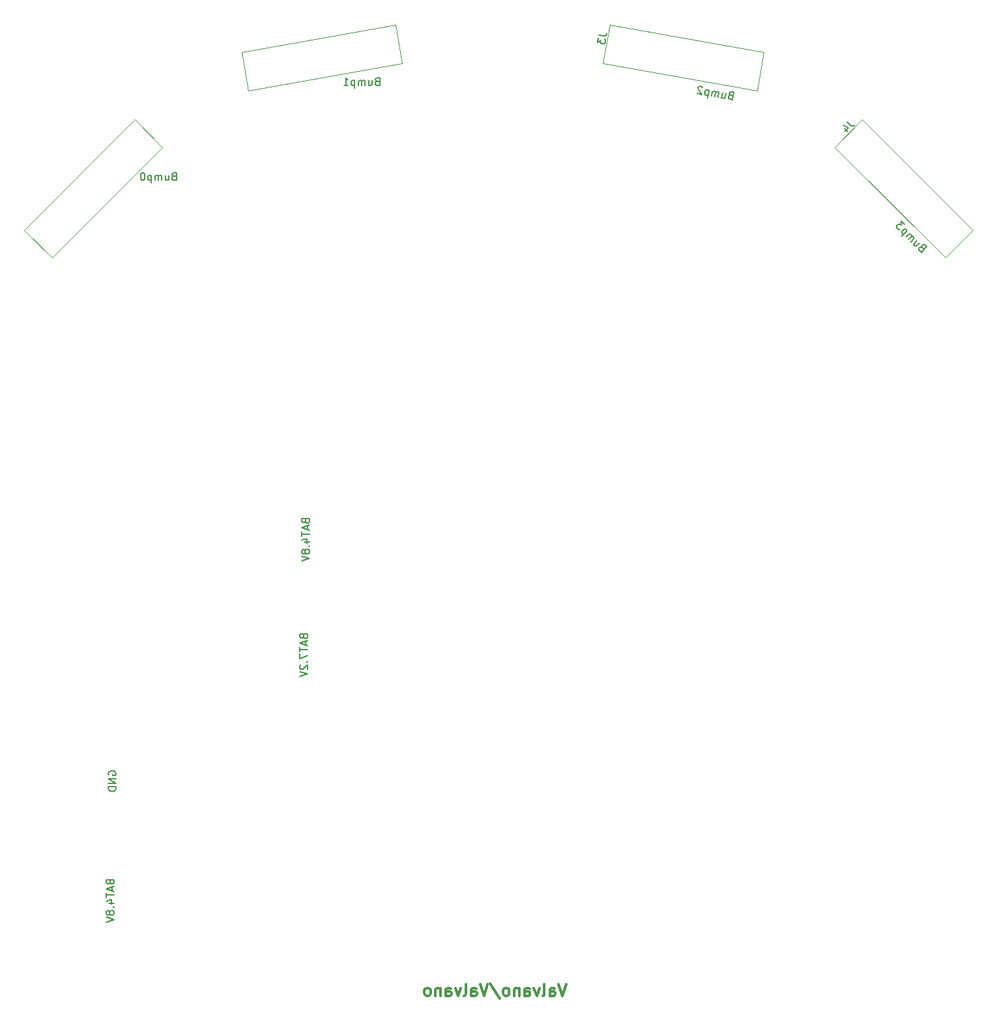
<source format=gbo>
G04 #@! TF.GenerationSoftware,KiCad,Pcbnew,8.0.7*
G04 #@! TF.CreationDate,2025-10-03T10:30:52-04:00*
G04 #@! TF.ProjectId,MotorBoardv3_2,4d6f746f-7242-46f6-9172-6476335f322e,V2.0.2b*
G04 #@! TF.SameCoordinates,Original*
G04 #@! TF.FileFunction,Legend,Bot*
G04 #@! TF.FilePolarity,Positive*
%FSLAX46Y46*%
G04 Gerber Fmt 4.6, Leading zero omitted, Abs format (unit mm)*
G04 Created by KiCad (PCBNEW 8.0.7) date 2025-10-03 10:30:52*
%MOMM*%
%LPD*%
G01*
G04 APERTURE LIST*
G04 Aperture macros list*
%AMRoundRect*
0 Rectangle with rounded corners*
0 $1 Rounding radius*
0 $2 $3 $4 $5 $6 $7 $8 $9 X,Y pos of 4 corners*
0 Add a 4 corners polygon primitive as box body*
4,1,4,$2,$3,$4,$5,$6,$7,$8,$9,$2,$3,0*
0 Add four circle primitives for the rounded corners*
1,1,$1+$1,$2,$3*
1,1,$1+$1,$4,$5*
1,1,$1+$1,$6,$7*
1,1,$1+$1,$8,$9*
0 Add four rect primitives between the rounded corners*
20,1,$1+$1,$2,$3,$4,$5,0*
20,1,$1+$1,$4,$5,$6,$7,0*
20,1,$1+$1,$6,$7,$8,$9,0*
20,1,$1+$1,$8,$9,$2,$3,0*%
%AMHorizOval*
0 Thick line with rounded ends*
0 $1 width*
0 $2 $3 position (X,Y) of the first rounded end (center of the circle)*
0 $4 $5 position (X,Y) of the second rounded end (center of the circle)*
0 Add line between two ends*
20,1,$1,$2,$3,$4,$5,0*
0 Add two circle primitives to create the rounded ends*
1,1,$1,$2,$3*
1,1,$1,$4,$5*%
%AMRotRect*
0 Rectangle, with rotation*
0 The origin of the aperture is its center*
0 $1 length*
0 $2 width*
0 $3 Rotation angle, in degrees counterclockwise*
0 Add horizontal line*
21,1,$1,$2,0,0,$3*%
G04 Aperture macros list end*
%ADD10C,0.150000*%
%ADD11C,0.300000*%
%ADD12C,0.120000*%
%ADD13C,3.175000*%
%ADD14C,1.700000*%
%ADD15R,1.700000X1.700000*%
%ADD16O,1.700000X1.700000*%
%ADD17HorizOval,2.032000X0.088213X-0.500282X-0.088213X0.500282X0*%
%ADD18HorizOval,1.778000X0.110267X-0.625353X-0.110267X0.625353X0*%
%ADD19HorizOval,1.778000X0.253613X-1.438312X-0.253613X1.438312X0*%
%ADD20C,2.000000*%
%ADD21RoundRect,0.250000X0.600000X-0.600000X0.600000X0.600000X-0.600000X0.600000X-0.600000X-0.600000X0*%
%ADD22R,2.200000X2.200000*%
%ADD23O,2.200000X2.200000*%
%ADD24RotRect,1.350000X1.350000X135.000000*%
%ADD25C,1.350000*%
%ADD26R,2.000000X1.905000*%
%ADD27O,2.000000X1.905000*%
%ADD28R,2.775000X2.775000*%
%ADD29C,2.775000*%
%ADD30RotRect,1.350000X1.350000X225.000000*%
%ADD31HorizOval,2.032000X0.359210X-0.359210X-0.359210X0.359210X0*%
%ADD32HorizOval,1.778000X0.449013X-0.449013X-0.449013X0.449013X0*%
%ADD33HorizOval,1.778000X1.032729X-1.032729X-1.032729X1.032729X0*%
%ADD34C,2.904000*%
%ADD35C,3.048000*%
%ADD36O,3.048000X7.366000*%
%ADD37R,1.350000X1.350000*%
%ADD38R,1.778000X1.778000*%
%ADD39C,1.778000*%
%ADD40C,2.200000*%
%ADD41HorizOval,2.032000X-0.359210X-0.359210X0.359210X0.359210X0*%
%ADD42HorizOval,1.778000X-0.449013X-0.449013X0.449013X0.449013X0*%
%ADD43HorizOval,1.778000X-1.032729X-1.032729X1.032729X1.032729X0*%
%ADD44HorizOval,2.032000X-0.088213X-0.500282X0.088213X0.500282X0*%
%ADD45HorizOval,1.778000X-0.110267X-0.625353X0.110267X0.625353X0*%
%ADD46HorizOval,1.778000X-0.253613X-1.438312X0.253613X1.438312X0*%
G04 APERTURE END LIST*
D10*
X58049438Y-121666095D02*
X58001819Y-121570857D01*
X58001819Y-121570857D02*
X58001819Y-121428000D01*
X58001819Y-121428000D02*
X58049438Y-121285143D01*
X58049438Y-121285143D02*
X58144676Y-121189905D01*
X58144676Y-121189905D02*
X58239914Y-121142286D01*
X58239914Y-121142286D02*
X58430390Y-121094667D01*
X58430390Y-121094667D02*
X58573247Y-121094667D01*
X58573247Y-121094667D02*
X58763723Y-121142286D01*
X58763723Y-121142286D02*
X58858961Y-121189905D01*
X58858961Y-121189905D02*
X58954200Y-121285143D01*
X58954200Y-121285143D02*
X59001819Y-121428000D01*
X59001819Y-121428000D02*
X59001819Y-121523238D01*
X59001819Y-121523238D02*
X58954200Y-121666095D01*
X58954200Y-121666095D02*
X58906580Y-121713714D01*
X58906580Y-121713714D02*
X58573247Y-121713714D01*
X58573247Y-121713714D02*
X58573247Y-121523238D01*
X59001819Y-122142286D02*
X58001819Y-122142286D01*
X58001819Y-122142286D02*
X59001819Y-122713714D01*
X59001819Y-122713714D02*
X58001819Y-122713714D01*
X59001819Y-123189905D02*
X58001819Y-123189905D01*
X58001819Y-123189905D02*
X58001819Y-123428000D01*
X58001819Y-123428000D02*
X58049438Y-123570857D01*
X58049438Y-123570857D02*
X58144676Y-123666095D01*
X58144676Y-123666095D02*
X58239914Y-123713714D01*
X58239914Y-123713714D02*
X58430390Y-123761333D01*
X58430390Y-123761333D02*
X58573247Y-123761333D01*
X58573247Y-123761333D02*
X58763723Y-123713714D01*
X58763723Y-123713714D02*
X58858961Y-123666095D01*
X58858961Y-123666095D02*
X58954200Y-123570857D01*
X58954200Y-123570857D02*
X59001819Y-123428000D01*
X59001819Y-123428000D02*
X59001819Y-123189905D01*
X66512887Y-43923009D02*
X66370030Y-43970628D01*
X66370030Y-43970628D02*
X66322411Y-44018247D01*
X66322411Y-44018247D02*
X66274792Y-44113485D01*
X66274792Y-44113485D02*
X66274792Y-44256342D01*
X66274792Y-44256342D02*
X66322411Y-44351580D01*
X66322411Y-44351580D02*
X66370030Y-44399200D01*
X66370030Y-44399200D02*
X66465268Y-44446819D01*
X66465268Y-44446819D02*
X66846220Y-44446819D01*
X66846220Y-44446819D02*
X66846220Y-43446819D01*
X66846220Y-43446819D02*
X66512887Y-43446819D01*
X66512887Y-43446819D02*
X66417649Y-43494438D01*
X66417649Y-43494438D02*
X66370030Y-43542057D01*
X66370030Y-43542057D02*
X66322411Y-43637295D01*
X66322411Y-43637295D02*
X66322411Y-43732533D01*
X66322411Y-43732533D02*
X66370030Y-43827771D01*
X66370030Y-43827771D02*
X66417649Y-43875390D01*
X66417649Y-43875390D02*
X66512887Y-43923009D01*
X66512887Y-43923009D02*
X66846220Y-43923009D01*
X65417649Y-43780152D02*
X65417649Y-44446819D01*
X65846220Y-43780152D02*
X65846220Y-44303961D01*
X65846220Y-44303961D02*
X65798601Y-44399200D01*
X65798601Y-44399200D02*
X65703363Y-44446819D01*
X65703363Y-44446819D02*
X65560506Y-44446819D01*
X65560506Y-44446819D02*
X65465268Y-44399200D01*
X65465268Y-44399200D02*
X65417649Y-44351580D01*
X64941458Y-44446819D02*
X64941458Y-43780152D01*
X64941458Y-43875390D02*
X64893839Y-43827771D01*
X64893839Y-43827771D02*
X64798601Y-43780152D01*
X64798601Y-43780152D02*
X64655744Y-43780152D01*
X64655744Y-43780152D02*
X64560506Y-43827771D01*
X64560506Y-43827771D02*
X64512887Y-43923009D01*
X64512887Y-43923009D02*
X64512887Y-44446819D01*
X64512887Y-43923009D02*
X64465268Y-43827771D01*
X64465268Y-43827771D02*
X64370030Y-43780152D01*
X64370030Y-43780152D02*
X64227173Y-43780152D01*
X64227173Y-43780152D02*
X64131934Y-43827771D01*
X64131934Y-43827771D02*
X64084315Y-43923009D01*
X64084315Y-43923009D02*
X64084315Y-44446819D01*
X63608125Y-43780152D02*
X63608125Y-44780152D01*
X63608125Y-43827771D02*
X63512887Y-43780152D01*
X63512887Y-43780152D02*
X63322411Y-43780152D01*
X63322411Y-43780152D02*
X63227173Y-43827771D01*
X63227173Y-43827771D02*
X63179554Y-43875390D01*
X63179554Y-43875390D02*
X63131935Y-43970628D01*
X63131935Y-43970628D02*
X63131935Y-44256342D01*
X63131935Y-44256342D02*
X63179554Y-44351580D01*
X63179554Y-44351580D02*
X63227173Y-44399200D01*
X63227173Y-44399200D02*
X63322411Y-44446819D01*
X63322411Y-44446819D02*
X63512887Y-44446819D01*
X63512887Y-44446819D02*
X63608125Y-44399200D01*
X62512887Y-43446819D02*
X62417649Y-43446819D01*
X62417649Y-43446819D02*
X62322411Y-43494438D01*
X62322411Y-43494438D02*
X62274792Y-43542057D01*
X62274792Y-43542057D02*
X62227173Y-43637295D01*
X62227173Y-43637295D02*
X62179554Y-43827771D01*
X62179554Y-43827771D02*
X62179554Y-44065866D01*
X62179554Y-44065866D02*
X62227173Y-44256342D01*
X62227173Y-44256342D02*
X62274792Y-44351580D01*
X62274792Y-44351580D02*
X62322411Y-44399200D01*
X62322411Y-44399200D02*
X62417649Y-44446819D01*
X62417649Y-44446819D02*
X62512887Y-44446819D01*
X62512887Y-44446819D02*
X62608125Y-44399200D01*
X62608125Y-44399200D02*
X62655744Y-44351580D01*
X62655744Y-44351580D02*
X62703363Y-44256342D01*
X62703363Y-44256342D02*
X62750982Y-44065866D01*
X62750982Y-44065866D02*
X62750982Y-43827771D01*
X62750982Y-43827771D02*
X62703363Y-43637295D01*
X62703363Y-43637295D02*
X62655744Y-43542057D01*
X62655744Y-43542057D02*
X62608125Y-43494438D01*
X62608125Y-43494438D02*
X62512887Y-43446819D01*
D11*
X117515774Y-148795828D02*
X117015774Y-150295828D01*
X117015774Y-150295828D02*
X116515774Y-148795828D01*
X115372918Y-150295828D02*
X115372918Y-149510114D01*
X115372918Y-149510114D02*
X115444346Y-149367257D01*
X115444346Y-149367257D02*
X115587203Y-149295828D01*
X115587203Y-149295828D02*
X115872918Y-149295828D01*
X115872918Y-149295828D02*
X116015775Y-149367257D01*
X115372918Y-150224400D02*
X115515775Y-150295828D01*
X115515775Y-150295828D02*
X115872918Y-150295828D01*
X115872918Y-150295828D02*
X116015775Y-150224400D01*
X116015775Y-150224400D02*
X116087203Y-150081542D01*
X116087203Y-150081542D02*
X116087203Y-149938685D01*
X116087203Y-149938685D02*
X116015775Y-149795828D01*
X116015775Y-149795828D02*
X115872918Y-149724400D01*
X115872918Y-149724400D02*
X115515775Y-149724400D01*
X115515775Y-149724400D02*
X115372918Y-149652971D01*
X114444346Y-150295828D02*
X114587203Y-150224400D01*
X114587203Y-150224400D02*
X114658632Y-150081542D01*
X114658632Y-150081542D02*
X114658632Y-148795828D01*
X114015775Y-149295828D02*
X113658632Y-150295828D01*
X113658632Y-150295828D02*
X113301489Y-149295828D01*
X112087204Y-150295828D02*
X112087204Y-149510114D01*
X112087204Y-149510114D02*
X112158632Y-149367257D01*
X112158632Y-149367257D02*
X112301489Y-149295828D01*
X112301489Y-149295828D02*
X112587204Y-149295828D01*
X112587204Y-149295828D02*
X112730061Y-149367257D01*
X112087204Y-150224400D02*
X112230061Y-150295828D01*
X112230061Y-150295828D02*
X112587204Y-150295828D01*
X112587204Y-150295828D02*
X112730061Y-150224400D01*
X112730061Y-150224400D02*
X112801489Y-150081542D01*
X112801489Y-150081542D02*
X112801489Y-149938685D01*
X112801489Y-149938685D02*
X112730061Y-149795828D01*
X112730061Y-149795828D02*
X112587204Y-149724400D01*
X112587204Y-149724400D02*
X112230061Y-149724400D01*
X112230061Y-149724400D02*
X112087204Y-149652971D01*
X111372918Y-149295828D02*
X111372918Y-150295828D01*
X111372918Y-149438685D02*
X111301489Y-149367257D01*
X111301489Y-149367257D02*
X111158632Y-149295828D01*
X111158632Y-149295828D02*
X110944346Y-149295828D01*
X110944346Y-149295828D02*
X110801489Y-149367257D01*
X110801489Y-149367257D02*
X110730061Y-149510114D01*
X110730061Y-149510114D02*
X110730061Y-150295828D01*
X109801489Y-150295828D02*
X109944346Y-150224400D01*
X109944346Y-150224400D02*
X110015775Y-150152971D01*
X110015775Y-150152971D02*
X110087203Y-150010114D01*
X110087203Y-150010114D02*
X110087203Y-149581542D01*
X110087203Y-149581542D02*
X110015775Y-149438685D01*
X110015775Y-149438685D02*
X109944346Y-149367257D01*
X109944346Y-149367257D02*
X109801489Y-149295828D01*
X109801489Y-149295828D02*
X109587203Y-149295828D01*
X109587203Y-149295828D02*
X109444346Y-149367257D01*
X109444346Y-149367257D02*
X109372918Y-149438685D01*
X109372918Y-149438685D02*
X109301489Y-149581542D01*
X109301489Y-149581542D02*
X109301489Y-150010114D01*
X109301489Y-150010114D02*
X109372918Y-150152971D01*
X109372918Y-150152971D02*
X109444346Y-150224400D01*
X109444346Y-150224400D02*
X109587203Y-150295828D01*
X109587203Y-150295828D02*
X109801489Y-150295828D01*
X107587203Y-148724400D02*
X108872917Y-150652971D01*
X107301488Y-148795828D02*
X106801488Y-150295828D01*
X106801488Y-150295828D02*
X106301488Y-148795828D01*
X105158632Y-150295828D02*
X105158632Y-149510114D01*
X105158632Y-149510114D02*
X105230060Y-149367257D01*
X105230060Y-149367257D02*
X105372917Y-149295828D01*
X105372917Y-149295828D02*
X105658632Y-149295828D01*
X105658632Y-149295828D02*
X105801489Y-149367257D01*
X105158632Y-150224400D02*
X105301489Y-150295828D01*
X105301489Y-150295828D02*
X105658632Y-150295828D01*
X105658632Y-150295828D02*
X105801489Y-150224400D01*
X105801489Y-150224400D02*
X105872917Y-150081542D01*
X105872917Y-150081542D02*
X105872917Y-149938685D01*
X105872917Y-149938685D02*
X105801489Y-149795828D01*
X105801489Y-149795828D02*
X105658632Y-149724400D01*
X105658632Y-149724400D02*
X105301489Y-149724400D01*
X105301489Y-149724400D02*
X105158632Y-149652971D01*
X104230060Y-150295828D02*
X104372917Y-150224400D01*
X104372917Y-150224400D02*
X104444346Y-150081542D01*
X104444346Y-150081542D02*
X104444346Y-148795828D01*
X103801489Y-149295828D02*
X103444346Y-150295828D01*
X103444346Y-150295828D02*
X103087203Y-149295828D01*
X101872918Y-150295828D02*
X101872918Y-149510114D01*
X101872918Y-149510114D02*
X101944346Y-149367257D01*
X101944346Y-149367257D02*
X102087203Y-149295828D01*
X102087203Y-149295828D02*
X102372918Y-149295828D01*
X102372918Y-149295828D02*
X102515775Y-149367257D01*
X101872918Y-150224400D02*
X102015775Y-150295828D01*
X102015775Y-150295828D02*
X102372918Y-150295828D01*
X102372918Y-150295828D02*
X102515775Y-150224400D01*
X102515775Y-150224400D02*
X102587203Y-150081542D01*
X102587203Y-150081542D02*
X102587203Y-149938685D01*
X102587203Y-149938685D02*
X102515775Y-149795828D01*
X102515775Y-149795828D02*
X102372918Y-149724400D01*
X102372918Y-149724400D02*
X102015775Y-149724400D01*
X102015775Y-149724400D02*
X101872918Y-149652971D01*
X101158632Y-149295828D02*
X101158632Y-150295828D01*
X101158632Y-149438685D02*
X101087203Y-149367257D01*
X101087203Y-149367257D02*
X100944346Y-149295828D01*
X100944346Y-149295828D02*
X100730060Y-149295828D01*
X100730060Y-149295828D02*
X100587203Y-149367257D01*
X100587203Y-149367257D02*
X100515775Y-149510114D01*
X100515775Y-149510114D02*
X100515775Y-150295828D01*
X99587203Y-150295828D02*
X99730060Y-150224400D01*
X99730060Y-150224400D02*
X99801489Y-150152971D01*
X99801489Y-150152971D02*
X99872917Y-150010114D01*
X99872917Y-150010114D02*
X99872917Y-149581542D01*
X99872917Y-149581542D02*
X99801489Y-149438685D01*
X99801489Y-149438685D02*
X99730060Y-149367257D01*
X99730060Y-149367257D02*
X99587203Y-149295828D01*
X99587203Y-149295828D02*
X99372917Y-149295828D01*
X99372917Y-149295828D02*
X99230060Y-149367257D01*
X99230060Y-149367257D02*
X99158632Y-149438685D01*
X99158632Y-149438685D02*
X99087203Y-149581542D01*
X99087203Y-149581542D02*
X99087203Y-150010114D01*
X99087203Y-150010114D02*
X99158632Y-150152971D01*
X99158632Y-150152971D02*
X99230060Y-150224400D01*
X99230060Y-150224400D02*
X99372917Y-150295828D01*
X99372917Y-150295828D02*
X99587203Y-150295828D01*
D10*
X92928887Y-31604009D02*
X92786030Y-31651628D01*
X92786030Y-31651628D02*
X92738411Y-31699247D01*
X92738411Y-31699247D02*
X92690792Y-31794485D01*
X92690792Y-31794485D02*
X92690792Y-31937342D01*
X92690792Y-31937342D02*
X92738411Y-32032580D01*
X92738411Y-32032580D02*
X92786030Y-32080200D01*
X92786030Y-32080200D02*
X92881268Y-32127819D01*
X92881268Y-32127819D02*
X93262220Y-32127819D01*
X93262220Y-32127819D02*
X93262220Y-31127819D01*
X93262220Y-31127819D02*
X92928887Y-31127819D01*
X92928887Y-31127819D02*
X92833649Y-31175438D01*
X92833649Y-31175438D02*
X92786030Y-31223057D01*
X92786030Y-31223057D02*
X92738411Y-31318295D01*
X92738411Y-31318295D02*
X92738411Y-31413533D01*
X92738411Y-31413533D02*
X92786030Y-31508771D01*
X92786030Y-31508771D02*
X92833649Y-31556390D01*
X92833649Y-31556390D02*
X92928887Y-31604009D01*
X92928887Y-31604009D02*
X93262220Y-31604009D01*
X91833649Y-31461152D02*
X91833649Y-32127819D01*
X92262220Y-31461152D02*
X92262220Y-31984961D01*
X92262220Y-31984961D02*
X92214601Y-32080200D01*
X92214601Y-32080200D02*
X92119363Y-32127819D01*
X92119363Y-32127819D02*
X91976506Y-32127819D01*
X91976506Y-32127819D02*
X91881268Y-32080200D01*
X91881268Y-32080200D02*
X91833649Y-32032580D01*
X91357458Y-32127819D02*
X91357458Y-31461152D01*
X91357458Y-31556390D02*
X91309839Y-31508771D01*
X91309839Y-31508771D02*
X91214601Y-31461152D01*
X91214601Y-31461152D02*
X91071744Y-31461152D01*
X91071744Y-31461152D02*
X90976506Y-31508771D01*
X90976506Y-31508771D02*
X90928887Y-31604009D01*
X90928887Y-31604009D02*
X90928887Y-32127819D01*
X90928887Y-31604009D02*
X90881268Y-31508771D01*
X90881268Y-31508771D02*
X90786030Y-31461152D01*
X90786030Y-31461152D02*
X90643173Y-31461152D01*
X90643173Y-31461152D02*
X90547934Y-31508771D01*
X90547934Y-31508771D02*
X90500315Y-31604009D01*
X90500315Y-31604009D02*
X90500315Y-32127819D01*
X90024125Y-31461152D02*
X90024125Y-32461152D01*
X90024125Y-31508771D02*
X89928887Y-31461152D01*
X89928887Y-31461152D02*
X89738411Y-31461152D01*
X89738411Y-31461152D02*
X89643173Y-31508771D01*
X89643173Y-31508771D02*
X89595554Y-31556390D01*
X89595554Y-31556390D02*
X89547935Y-31651628D01*
X89547935Y-31651628D02*
X89547935Y-31937342D01*
X89547935Y-31937342D02*
X89595554Y-32032580D01*
X89595554Y-32032580D02*
X89643173Y-32080200D01*
X89643173Y-32080200D02*
X89738411Y-32127819D01*
X89738411Y-32127819D02*
X89928887Y-32127819D01*
X89928887Y-32127819D02*
X90024125Y-32080200D01*
X88595554Y-32127819D02*
X89166982Y-32127819D01*
X88881268Y-32127819D02*
X88881268Y-31127819D01*
X88881268Y-31127819D02*
X88976506Y-31270676D01*
X88976506Y-31270676D02*
X89071744Y-31365914D01*
X89071744Y-31365914D02*
X89166982Y-31413533D01*
X83624009Y-88701857D02*
X83671628Y-88844714D01*
X83671628Y-88844714D02*
X83719247Y-88892333D01*
X83719247Y-88892333D02*
X83814485Y-88939952D01*
X83814485Y-88939952D02*
X83957342Y-88939952D01*
X83957342Y-88939952D02*
X84052580Y-88892333D01*
X84052580Y-88892333D02*
X84100200Y-88844714D01*
X84100200Y-88844714D02*
X84147819Y-88749476D01*
X84147819Y-88749476D02*
X84147819Y-88368524D01*
X84147819Y-88368524D02*
X83147819Y-88368524D01*
X83147819Y-88368524D02*
X83147819Y-88701857D01*
X83147819Y-88701857D02*
X83195438Y-88797095D01*
X83195438Y-88797095D02*
X83243057Y-88844714D01*
X83243057Y-88844714D02*
X83338295Y-88892333D01*
X83338295Y-88892333D02*
X83433533Y-88892333D01*
X83433533Y-88892333D02*
X83528771Y-88844714D01*
X83528771Y-88844714D02*
X83576390Y-88797095D01*
X83576390Y-88797095D02*
X83624009Y-88701857D01*
X83624009Y-88701857D02*
X83624009Y-88368524D01*
X83862104Y-89320905D02*
X83862104Y-89797095D01*
X84147819Y-89225667D02*
X83147819Y-89559000D01*
X83147819Y-89559000D02*
X84147819Y-89892333D01*
X83147819Y-90082810D02*
X83147819Y-90654238D01*
X84147819Y-90368524D02*
X83147819Y-90368524D01*
X83481152Y-91416143D02*
X84147819Y-91416143D01*
X83100200Y-91178048D02*
X83814485Y-90939953D01*
X83814485Y-90939953D02*
X83814485Y-91559000D01*
X84052580Y-91939953D02*
X84100200Y-91987572D01*
X84100200Y-91987572D02*
X84147819Y-91939953D01*
X84147819Y-91939953D02*
X84100200Y-91892334D01*
X84100200Y-91892334D02*
X84052580Y-91939953D01*
X84052580Y-91939953D02*
X84147819Y-91939953D01*
X83576390Y-92559000D02*
X83528771Y-92463762D01*
X83528771Y-92463762D02*
X83481152Y-92416143D01*
X83481152Y-92416143D02*
X83385914Y-92368524D01*
X83385914Y-92368524D02*
X83338295Y-92368524D01*
X83338295Y-92368524D02*
X83243057Y-92416143D01*
X83243057Y-92416143D02*
X83195438Y-92463762D01*
X83195438Y-92463762D02*
X83147819Y-92559000D01*
X83147819Y-92559000D02*
X83147819Y-92749476D01*
X83147819Y-92749476D02*
X83195438Y-92844714D01*
X83195438Y-92844714D02*
X83243057Y-92892333D01*
X83243057Y-92892333D02*
X83338295Y-92939952D01*
X83338295Y-92939952D02*
X83385914Y-92939952D01*
X83385914Y-92939952D02*
X83481152Y-92892333D01*
X83481152Y-92892333D02*
X83528771Y-92844714D01*
X83528771Y-92844714D02*
X83576390Y-92749476D01*
X83576390Y-92749476D02*
X83576390Y-92559000D01*
X83576390Y-92559000D02*
X83624009Y-92463762D01*
X83624009Y-92463762D02*
X83671628Y-92416143D01*
X83671628Y-92416143D02*
X83766866Y-92368524D01*
X83766866Y-92368524D02*
X83957342Y-92368524D01*
X83957342Y-92368524D02*
X84052580Y-92416143D01*
X84052580Y-92416143D02*
X84100200Y-92463762D01*
X84100200Y-92463762D02*
X84147819Y-92559000D01*
X84147819Y-92559000D02*
X84147819Y-92749476D01*
X84147819Y-92749476D02*
X84100200Y-92844714D01*
X84100200Y-92844714D02*
X84052580Y-92892333D01*
X84052580Y-92892333D02*
X83957342Y-92939952D01*
X83957342Y-92939952D02*
X83766866Y-92939952D01*
X83766866Y-92939952D02*
X83671628Y-92892333D01*
X83671628Y-92892333D02*
X83624009Y-92844714D01*
X83624009Y-92844714D02*
X83576390Y-92749476D01*
X83147819Y-93225667D02*
X84147819Y-93559000D01*
X84147819Y-93559000D02*
X83147819Y-93892333D01*
X58224009Y-135564857D02*
X58271628Y-135707714D01*
X58271628Y-135707714D02*
X58319247Y-135755333D01*
X58319247Y-135755333D02*
X58414485Y-135802952D01*
X58414485Y-135802952D02*
X58557342Y-135802952D01*
X58557342Y-135802952D02*
X58652580Y-135755333D01*
X58652580Y-135755333D02*
X58700200Y-135707714D01*
X58700200Y-135707714D02*
X58747819Y-135612476D01*
X58747819Y-135612476D02*
X58747819Y-135231524D01*
X58747819Y-135231524D02*
X57747819Y-135231524D01*
X57747819Y-135231524D02*
X57747819Y-135564857D01*
X57747819Y-135564857D02*
X57795438Y-135660095D01*
X57795438Y-135660095D02*
X57843057Y-135707714D01*
X57843057Y-135707714D02*
X57938295Y-135755333D01*
X57938295Y-135755333D02*
X58033533Y-135755333D01*
X58033533Y-135755333D02*
X58128771Y-135707714D01*
X58128771Y-135707714D02*
X58176390Y-135660095D01*
X58176390Y-135660095D02*
X58224009Y-135564857D01*
X58224009Y-135564857D02*
X58224009Y-135231524D01*
X58462104Y-136183905D02*
X58462104Y-136660095D01*
X58747819Y-136088667D02*
X57747819Y-136422000D01*
X57747819Y-136422000D02*
X58747819Y-136755333D01*
X57747819Y-136945810D02*
X57747819Y-137517238D01*
X58747819Y-137231524D02*
X57747819Y-137231524D01*
X58081152Y-138279143D02*
X58747819Y-138279143D01*
X57700200Y-138041048D02*
X58414485Y-137802953D01*
X58414485Y-137802953D02*
X58414485Y-138422000D01*
X58652580Y-138802953D02*
X58700200Y-138850572D01*
X58700200Y-138850572D02*
X58747819Y-138802953D01*
X58747819Y-138802953D02*
X58700200Y-138755334D01*
X58700200Y-138755334D02*
X58652580Y-138802953D01*
X58652580Y-138802953D02*
X58747819Y-138802953D01*
X58176390Y-139422000D02*
X58128771Y-139326762D01*
X58128771Y-139326762D02*
X58081152Y-139279143D01*
X58081152Y-139279143D02*
X57985914Y-139231524D01*
X57985914Y-139231524D02*
X57938295Y-139231524D01*
X57938295Y-139231524D02*
X57843057Y-139279143D01*
X57843057Y-139279143D02*
X57795438Y-139326762D01*
X57795438Y-139326762D02*
X57747819Y-139422000D01*
X57747819Y-139422000D02*
X57747819Y-139612476D01*
X57747819Y-139612476D02*
X57795438Y-139707714D01*
X57795438Y-139707714D02*
X57843057Y-139755333D01*
X57843057Y-139755333D02*
X57938295Y-139802952D01*
X57938295Y-139802952D02*
X57985914Y-139802952D01*
X57985914Y-139802952D02*
X58081152Y-139755333D01*
X58081152Y-139755333D02*
X58128771Y-139707714D01*
X58128771Y-139707714D02*
X58176390Y-139612476D01*
X58176390Y-139612476D02*
X58176390Y-139422000D01*
X58176390Y-139422000D02*
X58224009Y-139326762D01*
X58224009Y-139326762D02*
X58271628Y-139279143D01*
X58271628Y-139279143D02*
X58366866Y-139231524D01*
X58366866Y-139231524D02*
X58557342Y-139231524D01*
X58557342Y-139231524D02*
X58652580Y-139279143D01*
X58652580Y-139279143D02*
X58700200Y-139326762D01*
X58700200Y-139326762D02*
X58747819Y-139422000D01*
X58747819Y-139422000D02*
X58747819Y-139612476D01*
X58747819Y-139612476D02*
X58700200Y-139707714D01*
X58700200Y-139707714D02*
X58652580Y-139755333D01*
X58652580Y-139755333D02*
X58557342Y-139802952D01*
X58557342Y-139802952D02*
X58366866Y-139802952D01*
X58366866Y-139802952D02*
X58271628Y-139755333D01*
X58271628Y-139755333D02*
X58224009Y-139707714D01*
X58224009Y-139707714D02*
X58176390Y-139612476D01*
X57747819Y-140088667D02*
X58747819Y-140422000D01*
X58747819Y-140422000D02*
X57747819Y-140755333D01*
X83370009Y-103687857D02*
X83417628Y-103830714D01*
X83417628Y-103830714D02*
X83465247Y-103878333D01*
X83465247Y-103878333D02*
X83560485Y-103925952D01*
X83560485Y-103925952D02*
X83703342Y-103925952D01*
X83703342Y-103925952D02*
X83798580Y-103878333D01*
X83798580Y-103878333D02*
X83846200Y-103830714D01*
X83846200Y-103830714D02*
X83893819Y-103735476D01*
X83893819Y-103735476D02*
X83893819Y-103354524D01*
X83893819Y-103354524D02*
X82893819Y-103354524D01*
X82893819Y-103354524D02*
X82893819Y-103687857D01*
X82893819Y-103687857D02*
X82941438Y-103783095D01*
X82941438Y-103783095D02*
X82989057Y-103830714D01*
X82989057Y-103830714D02*
X83084295Y-103878333D01*
X83084295Y-103878333D02*
X83179533Y-103878333D01*
X83179533Y-103878333D02*
X83274771Y-103830714D01*
X83274771Y-103830714D02*
X83322390Y-103783095D01*
X83322390Y-103783095D02*
X83370009Y-103687857D01*
X83370009Y-103687857D02*
X83370009Y-103354524D01*
X83608104Y-104306905D02*
X83608104Y-104783095D01*
X83893819Y-104211667D02*
X82893819Y-104545000D01*
X82893819Y-104545000D02*
X83893819Y-104878333D01*
X82893819Y-105068810D02*
X82893819Y-105640238D01*
X83893819Y-105354524D02*
X82893819Y-105354524D01*
X82893819Y-105878334D02*
X82893819Y-106545000D01*
X82893819Y-106545000D02*
X83893819Y-106116429D01*
X83798580Y-106925953D02*
X83846200Y-106973572D01*
X83846200Y-106973572D02*
X83893819Y-106925953D01*
X83893819Y-106925953D02*
X83846200Y-106878334D01*
X83846200Y-106878334D02*
X83798580Y-106925953D01*
X83798580Y-106925953D02*
X83893819Y-106925953D01*
X82989057Y-107354524D02*
X82941438Y-107402143D01*
X82941438Y-107402143D02*
X82893819Y-107497381D01*
X82893819Y-107497381D02*
X82893819Y-107735476D01*
X82893819Y-107735476D02*
X82941438Y-107830714D01*
X82941438Y-107830714D02*
X82989057Y-107878333D01*
X82989057Y-107878333D02*
X83084295Y-107925952D01*
X83084295Y-107925952D02*
X83179533Y-107925952D01*
X83179533Y-107925952D02*
X83322390Y-107878333D01*
X83322390Y-107878333D02*
X83893819Y-107306905D01*
X83893819Y-107306905D02*
X83893819Y-107925952D01*
X82893819Y-108211667D02*
X83893819Y-108545000D01*
X83893819Y-108545000D02*
X82893819Y-108878333D01*
X154033035Y-36839604D02*
X154538111Y-37344680D01*
X154538111Y-37344680D02*
X154672798Y-37412024D01*
X154672798Y-37412024D02*
X154807485Y-37412024D01*
X154807485Y-37412024D02*
X154942172Y-37344680D01*
X154942172Y-37344680D02*
X155009516Y-37277337D01*
X153628974Y-37715070D02*
X154100378Y-38186474D01*
X153527958Y-37277337D02*
X154201393Y-37614054D01*
X154201393Y-37614054D02*
X153763661Y-38051787D01*
X163752161Y-53164594D02*
X163617474Y-53097250D01*
X163617474Y-53097250D02*
X163550130Y-53097250D01*
X163550130Y-53097250D02*
X163449115Y-53130922D01*
X163449115Y-53130922D02*
X163348100Y-53231937D01*
X163348100Y-53231937D02*
X163314428Y-53332952D01*
X163314428Y-53332952D02*
X163314428Y-53400296D01*
X163314428Y-53400296D02*
X163348100Y-53501311D01*
X163348100Y-53501311D02*
X163617474Y-53770685D01*
X163617474Y-53770685D02*
X164324581Y-53063578D01*
X164324581Y-53063578D02*
X164088878Y-52827876D01*
X164088878Y-52827876D02*
X163987863Y-52794204D01*
X163987863Y-52794204D02*
X163920520Y-52794204D01*
X163920520Y-52794204D02*
X163819504Y-52827876D01*
X163819504Y-52827876D02*
X163752161Y-52895220D01*
X163752161Y-52895220D02*
X163718489Y-52996235D01*
X163718489Y-52996235D02*
X163718489Y-53063578D01*
X163718489Y-53063578D02*
X163752161Y-53164594D01*
X163752161Y-53164594D02*
X163987863Y-53400296D01*
X163078726Y-52289128D02*
X162607321Y-52760533D01*
X163381772Y-52592174D02*
X163011382Y-52962563D01*
X163011382Y-52962563D02*
X162910367Y-52996235D01*
X162910367Y-52996235D02*
X162809352Y-52962563D01*
X162809352Y-52962563D02*
X162708336Y-52861548D01*
X162708336Y-52861548D02*
X162674665Y-52760533D01*
X162674665Y-52760533D02*
X162674665Y-52693189D01*
X162270604Y-52423815D02*
X162742008Y-51952410D01*
X162674665Y-52019754D02*
X162674665Y-51952410D01*
X162674665Y-51952410D02*
X162640993Y-51851395D01*
X162640993Y-51851395D02*
X162539978Y-51750380D01*
X162539978Y-51750380D02*
X162438962Y-51716708D01*
X162438962Y-51716708D02*
X162337947Y-51750380D01*
X162337947Y-51750380D02*
X161967558Y-52120769D01*
X162337947Y-51750380D02*
X162371619Y-51649365D01*
X162371619Y-51649365D02*
X162337947Y-51548349D01*
X162337947Y-51548349D02*
X162236932Y-51447334D01*
X162236932Y-51447334D02*
X162135917Y-51413662D01*
X162135917Y-51413662D02*
X162034901Y-51447334D01*
X162034901Y-51447334D02*
X161664512Y-51817723D01*
X161799199Y-51009602D02*
X161092093Y-51716708D01*
X161765528Y-51043273D02*
X161731856Y-50942258D01*
X161731856Y-50942258D02*
X161597169Y-50807571D01*
X161597169Y-50807571D02*
X161496154Y-50773899D01*
X161496154Y-50773899D02*
X161428810Y-50773899D01*
X161428810Y-50773899D02*
X161327795Y-50807571D01*
X161327795Y-50807571D02*
X161125764Y-51009602D01*
X161125764Y-51009602D02*
X161092093Y-51110617D01*
X161092093Y-51110617D02*
X161092093Y-51177960D01*
X161092093Y-51177960D02*
X161125764Y-51278976D01*
X161125764Y-51278976D02*
X161260451Y-51413663D01*
X161260451Y-51413663D02*
X161361467Y-51447334D01*
X161462482Y-50201479D02*
X161024749Y-49763747D01*
X161024749Y-49763747D02*
X160991077Y-50268823D01*
X160991077Y-50268823D02*
X160890062Y-50167808D01*
X160890062Y-50167808D02*
X160789047Y-50134136D01*
X160789047Y-50134136D02*
X160721703Y-50134136D01*
X160721703Y-50134136D02*
X160620688Y-50167808D01*
X160620688Y-50167808D02*
X160452329Y-50336166D01*
X160452329Y-50336166D02*
X160418657Y-50437182D01*
X160418657Y-50437182D02*
X160418657Y-50504525D01*
X160418657Y-50504525D02*
X160452329Y-50605541D01*
X160452329Y-50605541D02*
X160654360Y-50807571D01*
X160654360Y-50807571D02*
X160755375Y-50841243D01*
X160755375Y-50841243D02*
X160822719Y-50841243D01*
X121711710Y-25601975D02*
X122415144Y-25726010D01*
X122415144Y-25726010D02*
X122564100Y-25703921D01*
X122564100Y-25703921D02*
X122674429Y-25626668D01*
X122674429Y-25626668D02*
X122746131Y-25494250D01*
X122746131Y-25494250D02*
X122762669Y-25400459D01*
X121645558Y-25977141D02*
X121538062Y-26586783D01*
X121538062Y-26586783D02*
X121971109Y-26324666D01*
X121971109Y-26324666D02*
X121946302Y-26465353D01*
X121946302Y-26465353D02*
X121976660Y-26567413D01*
X121976660Y-26567413D02*
X122015287Y-26622577D01*
X122015287Y-26622577D02*
X122100809Y-26686011D01*
X122100809Y-26686011D02*
X122335287Y-26727356D01*
X122335287Y-26727356D02*
X122437347Y-26696998D01*
X122437347Y-26696998D02*
X122492512Y-26658371D01*
X122492512Y-26658371D02*
X122555945Y-26572849D01*
X122555945Y-26572849D02*
X122605559Y-26291476D01*
X122605559Y-26291476D02*
X122575201Y-26189415D01*
X122575201Y-26189415D02*
X122536575Y-26134251D01*
X138864147Y-33422219D02*
X138715191Y-33444308D01*
X138715191Y-33444308D02*
X138660027Y-33482934D01*
X138660027Y-33482934D02*
X138596593Y-33568457D01*
X138596593Y-33568457D02*
X138571786Y-33709143D01*
X138571786Y-33709143D02*
X138602144Y-33811204D01*
X138602144Y-33811204D02*
X138640771Y-33866368D01*
X138640771Y-33866368D02*
X138726293Y-33929802D01*
X138726293Y-33929802D02*
X139101458Y-33995953D01*
X139101458Y-33995953D02*
X139275106Y-33011146D01*
X139275106Y-33011146D02*
X138946837Y-32953263D01*
X138946837Y-32953263D02*
X138844777Y-32983621D01*
X138844777Y-32983621D02*
X138789612Y-33022247D01*
X138789612Y-33022247D02*
X138726179Y-33107770D01*
X138726179Y-33107770D02*
X138709641Y-33201561D01*
X138709641Y-33201561D02*
X138739998Y-33303621D01*
X138739998Y-33303621D02*
X138778625Y-33358785D01*
X138778625Y-33358785D02*
X138864147Y-33422219D01*
X138864147Y-33422219D02*
X139192416Y-33480102D01*
X137810355Y-33091346D02*
X137694590Y-33747885D01*
X138232416Y-33165767D02*
X138141457Y-33681618D01*
X138141457Y-33681618D02*
X138078024Y-33767141D01*
X138078024Y-33767141D02*
X137975963Y-33797498D01*
X137975963Y-33797498D02*
X137835277Y-33772691D01*
X137835277Y-33772691D02*
X137749754Y-33709258D01*
X137749754Y-33709258D02*
X137711128Y-33654093D01*
X137225634Y-33665195D02*
X137341399Y-33008656D01*
X137324861Y-33102448D02*
X137286234Y-33047283D01*
X137286234Y-33047283D02*
X137200712Y-32983850D01*
X137200712Y-32983850D02*
X137060025Y-32959043D01*
X137060025Y-32959043D02*
X136957965Y-32989400D01*
X136957965Y-32989400D02*
X136894532Y-33074923D01*
X136894532Y-33074923D02*
X136803573Y-33590774D01*
X136894532Y-33074923D02*
X136864174Y-32972862D01*
X136864174Y-32972862D02*
X136778652Y-32909429D01*
X136778652Y-32909429D02*
X136637965Y-32884622D01*
X136637965Y-32884622D02*
X136535905Y-32914980D01*
X136535905Y-32914980D02*
X136472471Y-33000502D01*
X136472471Y-33000502D02*
X136381513Y-33516354D01*
X136028322Y-32777126D02*
X135854674Y-33761933D01*
X136020053Y-32824021D02*
X135934531Y-32760588D01*
X135934531Y-32760588D02*
X135746949Y-32727512D01*
X135746949Y-32727512D02*
X135644888Y-32757870D01*
X135644888Y-32757870D02*
X135589724Y-32796496D01*
X135589724Y-32796496D02*
X135526290Y-32882018D01*
X135526290Y-32882018D02*
X135476677Y-33163392D01*
X135476677Y-33163392D02*
X135507034Y-33265452D01*
X135507034Y-33265452D02*
X135545661Y-33320617D01*
X135545661Y-33320617D02*
X135631183Y-33384050D01*
X135631183Y-33384050D02*
X135818766Y-33417126D01*
X135818766Y-33417126D02*
X135920826Y-33386769D01*
X135225546Y-32393806D02*
X135186919Y-32338642D01*
X135186919Y-32338642D02*
X135101397Y-32275208D01*
X135101397Y-32275208D02*
X134866919Y-32233863D01*
X134866919Y-32233863D02*
X134764859Y-32264221D01*
X134764859Y-32264221D02*
X134709694Y-32302848D01*
X134709694Y-32302848D02*
X134646261Y-32388370D01*
X134646261Y-32388370D02*
X134629723Y-32482161D01*
X134629723Y-32482161D02*
X134651812Y-32631117D01*
X134651812Y-32631117D02*
X135115331Y-33293092D01*
X135115331Y-33293092D02*
X134505689Y-33185595D01*
D12*
X76189361Y-32790477D02*
X75307228Y-27787654D01*
X95318522Y-24259123D02*
X75307228Y-27787654D01*
X96200654Y-29261946D02*
X76189361Y-32790477D01*
X96200654Y-29261946D02*
X95318522Y-24259123D01*
X50668808Y-54523295D02*
X47076705Y-50931192D01*
X61445115Y-36562782D02*
X47076705Y-50931192D01*
X65037218Y-40154885D02*
X50668808Y-54523295D01*
X65037218Y-40154885D02*
X61445115Y-36562782D01*
X152386782Y-40154885D02*
X155978885Y-36562782D01*
X166755192Y-54523295D02*
X152386782Y-40154885D01*
X166755192Y-54523295D02*
X170347295Y-50931192D01*
X170347295Y-50931192D02*
X155978885Y-36562782D01*
X122264746Y-29261946D02*
X123146878Y-24259123D01*
X142276039Y-32790477D02*
X122264746Y-29261946D01*
X142276039Y-32790477D02*
X143158172Y-27787654D01*
X143158172Y-27787654D02*
X123146878Y-24259123D01*
%LPC*%
D13*
X160020000Y-58420000D03*
D14*
X72517000Y-116586000D03*
D15*
X69088000Y-147066000D03*
D16*
X69088000Y-149606000D03*
D17*
X90131412Y-27752934D03*
D18*
X80125765Y-29517199D03*
D19*
X85128588Y-28635066D03*
X93794899Y-27106962D03*
X77939492Y-29902698D03*
D14*
X78740000Y-129794000D03*
D13*
X68580000Y-58420000D03*
X68580000Y-43180000D03*
D20*
X124035000Y-159260000D03*
X124035000Y-155260000D03*
D21*
X115035000Y-159260000D03*
D14*
X115035000Y-155260000D03*
D15*
X100510000Y-48920000D03*
D16*
X118290000Y-48920000D03*
X105590000Y-48920000D03*
X108130000Y-48920000D03*
X110670000Y-48920000D03*
X113210000Y-48920000D03*
X108130000Y-26060000D03*
X105590000Y-26060000D03*
D15*
X100510000Y-26060000D03*
D16*
X103050000Y-48920000D03*
X103050000Y-26060000D03*
X110670000Y-26060000D03*
X118290000Y-26060000D03*
X115750000Y-48920000D03*
X113210000Y-26060000D03*
X115750000Y-26060000D03*
D13*
X73660000Y-50800000D03*
D22*
X83075000Y-151920000D03*
D23*
X93235000Y-151920000D03*
D24*
X146050000Y-63500000D03*
D25*
X144635786Y-62085786D03*
X143221573Y-60671573D03*
D14*
X68961000Y-142499000D03*
D16*
X68961000Y-139959000D03*
D14*
X106680000Y-100330000D03*
D26*
X87845000Y-165510000D03*
D27*
X87845000Y-162970000D03*
X87845000Y-160430000D03*
D13*
X88900000Y-43180000D03*
D14*
X143006000Y-84914000D03*
D28*
X50863500Y-149606000D03*
D29*
X55563500Y-149606000D03*
X60263500Y-149606000D03*
D14*
X52705000Y-66040000D03*
X140187000Y-84980000D03*
D13*
X144780000Y-50800000D03*
X134620000Y-50800000D03*
X83820000Y-50800000D03*
X149860000Y-43180000D03*
D15*
X93980000Y-79375000D03*
D16*
X91440000Y-79375000D03*
D13*
X119380000Y-43180000D03*
D30*
X73768949Y-60914872D03*
D25*
X72354735Y-62329086D03*
X70940522Y-63743299D03*
D14*
X52705000Y-74295000D03*
D31*
X59200051Y-42399949D03*
D32*
X52015846Y-49584154D03*
D33*
X55607949Y-45992051D03*
X61830488Y-39769512D03*
X50446069Y-51153931D03*
D15*
X140827000Y-79060000D03*
D16*
X138287000Y-79060000D03*
X135747000Y-79060000D03*
X133207000Y-79060000D03*
D13*
X124460000Y-50800000D03*
X63500000Y-50800000D03*
D34*
X66437000Y-164470000D03*
X66437000Y-155870000D03*
X66437000Y-161070000D03*
X59137000Y-154970000D03*
X59137000Y-164870000D03*
D14*
X139065000Y-105048000D03*
D13*
X58920000Y-58310000D03*
D15*
X103187000Y-80140000D03*
D16*
X105727000Y-80140000D03*
X108267000Y-80140000D03*
X110807000Y-80140000D03*
D15*
X148463000Y-115570000D03*
D16*
X145923000Y-115570000D03*
D14*
X70057000Y-157920000D03*
X68580000Y-122555000D03*
D16*
X71120000Y-122555000D03*
D13*
X99060000Y-43180000D03*
D15*
X136525000Y-147955000D03*
D16*
X136525000Y-150495000D03*
D35*
X63500000Y-142250000D03*
X123500000Y-142250000D03*
X148500000Y-86050000D03*
X68500000Y-86050000D03*
D36*
X55500000Y-137450000D03*
X55500000Y-122450000D03*
X80500000Y-105850000D03*
X80500000Y-90850000D03*
D15*
X71297800Y-94950000D03*
D16*
X71297800Y-97490000D03*
X71297800Y-100030000D03*
X71297800Y-102570000D03*
X71297800Y-105110000D03*
X71297800Y-107650000D03*
D15*
X143687800Y-107650000D03*
D16*
X143687800Y-105110000D03*
X143687800Y-102570000D03*
X143687800Y-100030000D03*
X143687800Y-97490000D03*
D14*
X143687800Y-94950000D03*
X78987000Y-173320000D03*
X86087000Y-173460000D03*
D13*
X149860000Y-58420000D03*
X129540000Y-43180000D03*
D37*
X110490000Y-57785000D03*
D25*
X108490000Y-57785000D03*
X106490000Y-57785000D03*
D14*
X87427000Y-155030000D03*
D38*
X151765000Y-120650000D03*
D39*
X154305000Y-120650000D03*
X156845000Y-120650000D03*
X159385000Y-120650000D03*
D38*
X151765000Y-118110000D03*
D39*
X154305000Y-118110000D03*
X156845000Y-118110000D03*
X159385000Y-118110000D03*
D14*
X76073000Y-116586000D03*
D15*
X164211000Y-81407000D03*
D16*
X166751000Y-81407000D03*
D13*
X93980000Y-50800000D03*
X78740000Y-43180000D03*
D14*
X76073000Y-97536000D03*
X53340000Y-129940000D03*
D13*
X109220000Y-43180000D03*
D40*
X165207000Y-155560000D03*
D13*
X74990000Y-151750000D03*
D14*
X50673000Y-139827000D03*
D16*
X50673000Y-137287000D03*
D13*
X154940000Y-50800000D03*
X139700000Y-43180000D03*
D15*
X129032000Y-84770000D03*
D16*
X126492000Y-84770000D03*
D14*
X62707000Y-167030000D03*
X75184000Y-122555000D03*
X52070000Y-80010000D03*
D16*
X54610000Y-80010000D03*
D41*
X158223949Y-42399949D03*
D42*
X165408154Y-49584154D03*
D43*
X161816051Y-45992051D03*
X155593512Y-39769512D03*
X166977931Y-51153931D03*
D44*
X128333988Y-27752934D03*
D45*
X138339635Y-29517199D03*
D46*
X133336812Y-28635066D03*
X124670501Y-27106962D03*
X140525908Y-29902698D03*
%LPD*%
M02*

</source>
